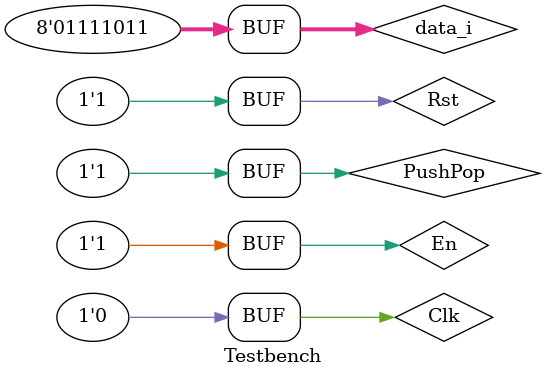
<source format=v>
`timescale 1ns/1ps

module Testbench();
    reg Rst, PushPop, En, Clk;
    reg [7:0] data_i;
    wire [7:0] data_o;
    wire empty, full;
    
    parameter waittime = 100;
    
    initial begin
        Clk = 0;
		  Rst = 0;
        PushPop = 0;
        En = 0;
        data_i = 0;
        #waittime;
		  Clk = 1'b1;
        Rst = 1'b1;
        En = 1'b1;
        data_i = 8'd115;
        #waittime;
		  Clk = 1'b0;
        En = 1'b0;
        #waittime;
		  Clk = 1'b1;
        data_i = 8'd123;
        En = 1'b1;
        #waittime;
		  Clk = 1'b0;
        En = 1'b0;
        #waittime;
		  Clk = 1'b1;
        PushPop = 1'b1;
        En = 1'b1;
        #waittime; 
		  Clk = 1'b0;
		  #waittime;
		  Clk = 1'b1;
	#waittime;
	Clk = 1'b0;
        //#2000 $finish;
    end

    //always @ (Clk) #50 Clk <= ~Clk;

    PushDownStack Stack_Inst(
        .Rst(Rst),
        .PushPop(PushPop),
        .En(En),
        .data_i(data_i),
        .data_o(data_o),
        .empty(empty),
        .full(full),
        .Clk(Clk)
    );
endmodule

</source>
